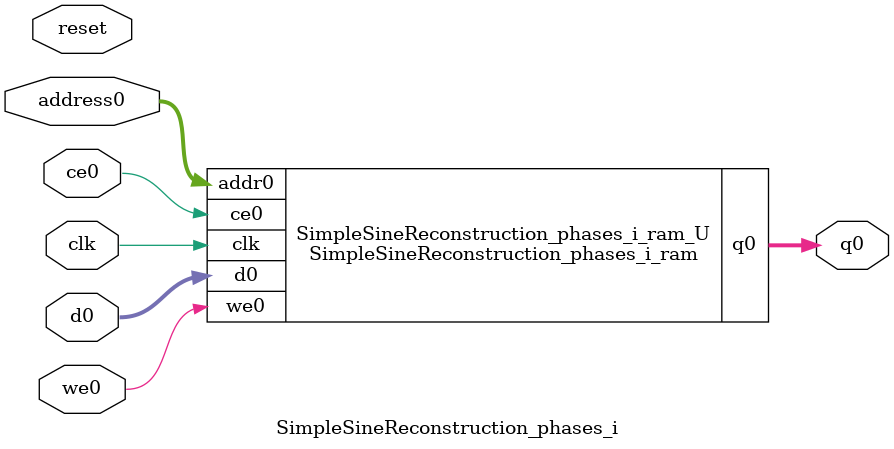
<source format=v>
`timescale 1 ns / 1 ps
module SimpleSineReconstruction_phases_i_ram (addr0, ce0, d0, we0, q0,  clk);

parameter DWIDTH = 32;
parameter AWIDTH = 4;
parameter MEM_SIZE = 12;

input[AWIDTH-1:0] addr0;
input ce0;
input[DWIDTH-1:0] d0;
input we0;
output reg[DWIDTH-1:0] q0;
input clk;

reg [DWIDTH-1:0] ram[0:MEM_SIZE-1];




always @(posedge clk)  
begin 
    if (ce0) begin
        if (we0) 
            ram[addr0] <= d0; 
        q0 <= ram[addr0];
    end
end


endmodule

`timescale 1 ns / 1 ps
module SimpleSineReconstruction_phases_i(
    reset,
    clk,
    address0,
    ce0,
    we0,
    d0,
    q0);

parameter DataWidth = 32'd32;
parameter AddressRange = 32'd12;
parameter AddressWidth = 32'd4;
input reset;
input clk;
input[AddressWidth - 1:0] address0;
input ce0;
input we0;
input[DataWidth - 1:0] d0;
output[DataWidth - 1:0] q0;



SimpleSineReconstruction_phases_i_ram SimpleSineReconstruction_phases_i_ram_U(
    .clk( clk ),
    .addr0( address0 ),
    .ce0( ce0 ),
    .we0( we0 ),
    .d0( d0 ),
    .q0( q0 ));

endmodule


</source>
